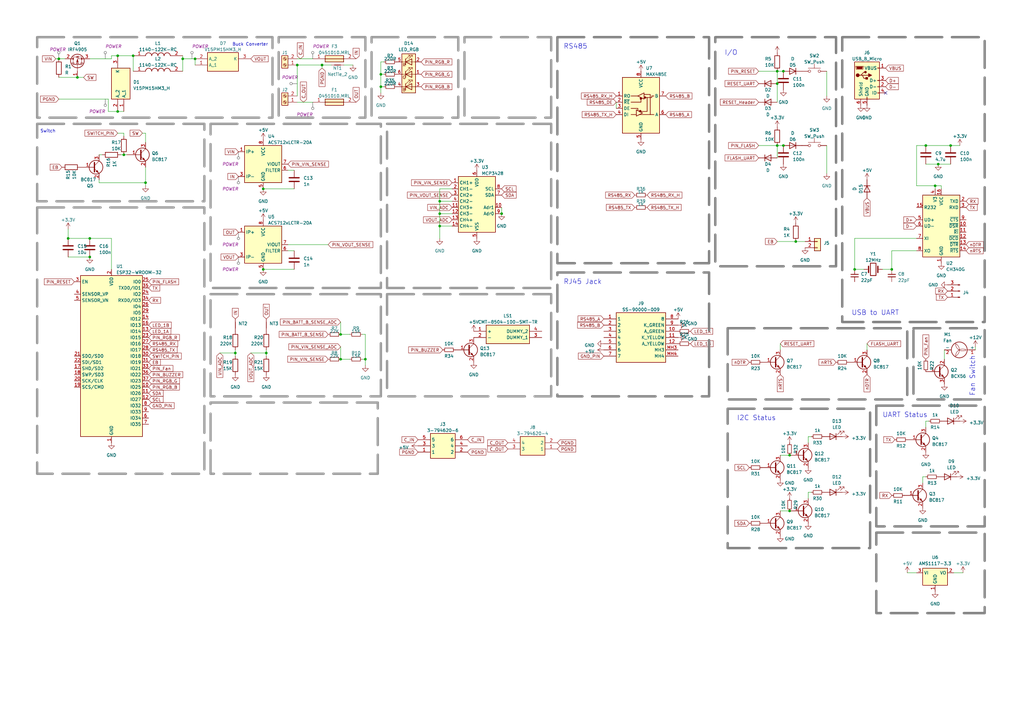
<source format=kicad_sch>
(kicad_sch (version 20230121) (generator eeschema)
  (paper "A3")
  (junction (at 318.77 59.69))
  (junction (at 180.34 82.55))
  (junction (at 109.22 144.78))
  (junction (at 156.21 30.48))
  (junction (at 321.31 59.69))
  (junction (at 107.95 110.49))
  (junction (at 80.01 24.13))
  (junction (at 31.75 31.75))
  (junction (at 96.52 144.78))
  (junction (at 139.7 137.16))
  (junction (at 48.26 22.86))
  (junction (at 36.83 97.79))
  (junction (at 59.69 74.93))
  (junction (at 318.77 29.21))
  (junction (at 379.73 59.69))
  (junction (at 132.08 26.67))
  (junction (at 180.34 92.71))
  (junction (at 27.94 97.79))
  (junction (at 323.85 209.55))
  (junction (at 383.54 76.2))
  (junction (at 389.89 59.69))
  (junction (at 48.26 45.72))
  (junction (at 321.31 29.21))
  (junction (at 36.83 105.41))
  (junction (at 54.61 22.86))
  (junction (at 384.81 67.31))
  (junction (at 74.93 24.13))
  (junction (at 326.39 99.06))
  (junction (at 205.74 87.63))
  (junction (at 107.95 77.47))
  (junction (at 139.7 147.32))
  (junction (at 318.77 34.29))
  (junction (at 50.8 63.5))
  (junction (at 24.13 24.13))
  (junction (at 149.86 147.32))
  (junction (at 180.34 87.63))
  (junction (at 365.76 110.49))
  (junction (at 156.21 35.56))
  (junction (at 323.85 186.69))
  (junction (at 350.52 110.49))
  (junction (at 121.92 26.67))
  (no_connect (at 363.22 38.1))
  (wire (pts (xy 80.01 24.13) (xy 80.01 26.67)))
  (wire (pts (xy 27.94 93.98) (xy 27.94 97.79)))
  (wire (pts (xy 365.76 110.49) (xy 361.95 110.49)))
  (wire (pts (xy 180.34 87.63) (xy 180.34 92.71)))
  (wire (pts (xy 54.61 22.86) (xy 54.61 29.21)))
  (wire (pts (xy 156.21 35.56) (xy 157.48 35.56)))
  (wire (pts (xy 135.89 26.67) (xy 132.08 26.67)))
  (wire (pts (xy 36.83 24.13) (xy 45.72 24.13)))
  (wire (pts (xy 149.86 137.16) (xy 149.86 147.32)))
  (wire (pts (xy 40.64 74.93) (xy 59.69 74.93)))
  (wire (pts (xy 74.93 22.86) (xy 74.93 24.13)))
  (wire (pts (xy 45.72 22.86) (xy 48.26 22.86)))
  (wire (pts (xy 383.54 76.2) (xy 383.54 77.47)))
  (wire (pts (xy 339.09 59.69) (xy 339.09 71.12)))
  (wire (pts (xy 139.7 137.16) (xy 143.51 137.16)))
  (wire (pts (xy 96.52 144.78) (xy 96.52 143.51)))
  (wire (pts (xy 318.77 29.21) (xy 318.77 34.29)))
  (wire (pts (xy 40.64 63.5) (xy 41.91 63.5)))
  (wire (pts (xy 379.73 175.26) (xy 379.73 172.72)))
  (wire (pts (xy 24.13 31.75) (xy 31.75 31.75)))
  (wire (pts (xy 132.08 26.67) (xy 132.08 27.94)))
  (wire (pts (xy 387.35 143.51) (xy 387.35 147.32)))
  (wire (pts (xy 355.6 140.97) (xy 355.6 143.51)))
  (wire (pts (xy 109.22 143.51) (xy 109.22 144.78)))
  (wire (pts (xy 149.86 137.16) (xy 148.59 137.16)))
  (wire (pts (xy 45.72 24.13) (xy 45.72 22.86)))
  (wire (pts (xy 45.72 97.79) (xy 45.72 110.49)))
  (wire (pts (xy 50.8 54.61) (xy 50.8 55.88)))
  (wire (pts (xy 350.52 97.79) (xy 350.52 110.49)))
  (wire (pts (xy 107.95 110.49) (xy 120.65 110.49)))
  (wire (pts (xy 118.11 102.87) (xy 120.65 102.87)))
  (wire (pts (xy 156.21 30.48) (xy 156.21 35.56)))
  (wire (pts (xy 365.76 110.49) (xy 365.76 102.87)))
  (wire (pts (xy 118.11 69.85) (xy 120.65 69.85)))
  (wire (pts (xy 205.74 85.09) (xy 205.74 87.63)))
  (wire (pts (xy 74.93 24.13) (xy 80.01 24.13)))
  (wire (pts (xy 180.34 92.71) (xy 185.42 92.71)))
  (wire (pts (xy 96.52 146.05) (xy 96.52 144.78)))
  (wire (pts (xy 48.26 54.61) (xy 50.8 54.61)))
  (wire (pts (xy 134.62 100.33) (xy 118.11 100.33)))
  (wire (pts (xy 180.34 82.55) (xy 185.42 82.55)))
  (wire (pts (xy 372.11 234.95) (xy 375.92 234.95)))
  (wire (pts (xy 318.77 59.69) (xy 318.77 64.77)))
  (wire (pts (xy 31.75 31.75) (xy 34.29 31.75)))
  (wire (pts (xy 180.34 92.71) (xy 180.34 97.79)))
  (wire (pts (xy 185.42 77.47) (xy 180.34 77.47)))
  (wire (pts (xy 393.7 59.69) (xy 389.89 59.69)))
  (wire (pts (xy 26.67 24.13) (xy 24.13 24.13)))
  (wire (pts (xy 180.34 87.63) (xy 185.42 87.63)))
  (wire (pts (xy 49.53 63.5) (xy 50.8 63.5)))
  (wire (pts (xy 331.47 179.07) (xy 332.74 179.07)))
  (wire (pts (xy 252.73 41.91) (xy 252.73 44.45)))
  (wire (pts (xy 139.7 132.08) (xy 139.7 137.16)))
  (wire (pts (xy 149.86 147.32) (xy 148.59 147.32)))
  (wire (pts (xy 109.22 144.78) (xy 109.22 146.05)))
  (wire (pts (xy 180.34 77.47) (xy 180.34 82.55)))
  (wire (pts (xy 50.8 63.5) (xy 52.07 63.5)))
  (wire (pts (xy 320.04 140.97) (xy 320.04 143.51)))
  (wire (pts (xy 375.92 59.69) (xy 375.92 76.2)))
  (wire (pts (xy 59.69 74.93) (xy 59.69 76.2)))
  (wire (pts (xy 74.93 24.13) (xy 74.93 29.21)))
  (wire (pts (xy 394.97 234.95) (xy 391.16 234.95)))
  (wire (pts (xy 48.26 22.86) (xy 54.61 22.86)))
  (wire (pts (xy 156.21 25.4) (xy 156.21 30.48)))
  (wire (pts (xy 59.69 68.58) (xy 59.69 74.93)))
  (wire (pts (xy 121.92 24.13) (xy 128.27 24.13)))
  (wire (pts (xy 90.17 144.78) (xy 96.52 144.78)))
  (wire (pts (xy 326.39 99.06) (xy 330.2 99.06)))
  (wire (pts (xy 331.47 204.47) (xy 331.47 201.93)))
  (wire (pts (xy 384.81 67.31) (xy 389.89 67.31)))
  (wire (pts (xy 339.09 29.21) (xy 339.09 39.37)))
  (wire (pts (xy 102.87 144.78) (xy 109.22 144.78)))
  (wire (pts (xy 156.21 30.48) (xy 157.48 30.48)))
  (wire (pts (xy 157.48 25.4) (xy 156.21 25.4)))
  (wire (pts (xy 156.21 35.56) (xy 156.21 38.1)))
  (wire (pts (xy 180.34 82.55) (xy 180.34 87.63)))
  (wire (pts (xy 350.52 110.49) (xy 354.33 110.49)))
  (wire (pts (xy 379.73 59.69) (xy 389.89 59.69)))
  (wire (pts (xy 320.04 209.55) (xy 323.85 209.55)))
  (wire (pts (xy 383.54 76.2) (xy 386.08 76.2)))
  (wire (pts (xy 121.92 41.91) (xy 128.27 41.91)))
  (wire (pts (xy 24.13 40.64) (xy 44.45 40.64)))
  (wire (pts (xy 48.26 45.72) (xy 50.8 45.72)))
  (wire (pts (xy 386.08 76.2) (xy 386.08 77.47)))
  (wire (pts (xy 44.45 40.64) (xy 44.45 45.72)))
  (wire (pts (xy 107.95 77.47) (xy 120.65 77.47)))
  (wire (pts (xy 44.45 45.72) (xy 48.26 45.72)))
  (wire (pts (xy 59.69 54.61) (xy 59.69 58.42)))
  (wire (pts (xy 383.54 76.2) (xy 375.92 76.2)))
  (wire (pts (xy 311.15 29.21) (xy 318.77 29.21)))
  (wire (pts (xy 331.47 181.61) (xy 331.47 179.07)))
  (wire (pts (xy 378.46 198.12) (xy 378.46 195.58)))
  (wire (pts (xy 375.92 97.79) (xy 350.52 97.79)))
  (wire (pts (xy 149.86 147.32) (xy 149.86 149.86)))
  (wire (pts (xy 400.05 143.51) (xy 400.05 142.24)))
  (wire (pts (xy 318.77 99.06) (xy 326.39 99.06)))
  (wire (pts (xy 24.13 24.13) (xy 22.86 24.13)))
  (wire (pts (xy 379.73 59.69) (xy 375.92 59.69)))
  (wire (pts (xy 379.73 172.72) (xy 381 172.72)))
  (wire (pts (xy 365.76 102.87) (xy 375.92 102.87)))
  (wire (pts (xy 320.04 186.69) (xy 323.85 186.69)))
  (wire (pts (xy 331.47 201.93) (xy 332.74 201.93)))
  (wire (pts (xy 139.7 147.32) (xy 143.51 147.32)))
  (wire (pts (xy 36.83 97.79) (xy 45.72 97.79)))
  (wire (pts (xy 121.92 26.67) (xy 132.08 26.67)))
  (wire (pts (xy 321.31 29.21) (xy 318.77 29.21)))
  (wire (pts (xy 40.64 73.66) (xy 40.64 74.93)))
  (wire (pts (xy 59.69 54.61) (xy 58.42 54.61)))
  (wire (pts (xy 121.92 26.67) (xy 121.92 39.37)))
  (wire (pts (xy 27.94 97.79) (xy 36.83 97.79)))
  (wire (pts (xy 27.94 105.41) (xy 36.83 105.41)))
  (wire (pts (xy 378.46 195.58) (xy 379.73 195.58)))
  (wire (pts (xy 379.73 67.31) (xy 384.81 67.31)))
  (wire (pts (xy 311.15 59.69) (xy 318.77 59.69)))
  (wire (pts (xy 321.31 59.69) (xy 318.77 59.69)))
  (wire (pts (xy 318.77 34.29) (xy 318.77 41.91)))
  (wire (pts (xy 139.7 142.24) (xy 139.7 147.32)))
  (wire (pts (xy 144.78 26.67) (xy 140.97 26.67)))
  (rectangle (start 298.45 167.64) (end 356.87 224.79) (stroke (width 1) (type dash) (color 128 128 128 1)))
  (rectangle (start 152.4 15.24) (end 187.96 48.26) (stroke (width 1) (type dash) (color 154 154 154 1)))
  (rectangle (start 15.24 15.24) (end 111.76 48.26) (stroke (width 1) (type dash) (color 154 154 154 1)))
  (rectangle (start 359.41 218.44) (end 403.86 251.46) (stroke (width 1) (type dash) (color 128 128 128 1)))
  (rectangle (start 374.65 134.62) (end 403.86 163.83) (stroke (width 1) (type dash) (color 128 128 128 1)))
  (rectangle (start 114.3 15.24) (end 149.86 48.26) (stroke (width 1) (type dash) (color 154 154 154 1)))
  (rectangle (start 298.45 134.62) (end 372.11 163.83) (stroke (width 1) (type dash) (color 128 128 128 1)))
  (rectangle (start 15.24 50.8) (end 83.82 82.55) (stroke (width 1) (type dash) (color 154 154 154 1)))
  (rectangle (start 15.24 85.09) (end 83.82 194.31) (stroke (width 1) (type dash) (color 154 154 154 1)))
  (rectangle (start 359.41 166.37) (end 403.86 215.9) (stroke (width 1) (type dash) (color 128 128 128 1)))
  (rectangle (start 228.6 15.24) (end 290.83 107.95) (stroke (width 1) (type dash) (color 128 128 128 1)))
  (rectangle (start 228.6 111.76) (end 290.83 162.56) (stroke (width 1) (type dash) (color 128 128 128 1)))
  (rectangle (start 86.36 50.8) (end 156.21 118.11) (stroke (width 1) (type dash) (color 154 154 154 1)))
  (rectangle (start 158.75 50.8) (end 226.06 118.11) (stroke (width 1) (type dash) (color 154 154 154 1)))
  (rectangle (start 158.75 120.65) (end 226.06 162.56) (stroke (width 1) (type dash) (color 154 154 154 1)))
  (rectangle (start 190.5 15.24) (end 226.06 48.26) (stroke (width 1) (type dash) (color 154 154 154 1)))
  (rectangle (start 86.36 120.65) (end 156.21 162.56) (stroke (width 1) (type dash) (color 154 154 154 1)))
  (rectangle (start 345.44 15.24) (end 403.86 132.08) (stroke (width 1) (type dash) (color 128 128 128 1)))
  (rectangle (start 293.37 15.24) (end 342.9 109.22) (stroke (width 1) (type dash) (color 128 128 128 1)))
  (rectangle (start 86.36 165.1) (end 154.94 194.31) (stroke (width 1) (type dash) (color 154 154 154 1)))
  (text "Fan Switch" (at 400.05 162.56 90) (effects (font (size 2 2)) (justify left bottom)))
  (text "I2C Status" (at 302.26 172.72 0) (effects (font (size 2 2)) (justify left bottom)))
  (text "Switch" (at 16.51 54.61 0) (effects (font (size 1.27 1.27)) (justify left bottom)))
  (text "RJ45 Jack" (at 231.14 116.84 0) (effects (font (size 2 2)) (justify left bottom)))
  (text "UART Status" (at 361.95 171.45 0) (effects (font (size 2 2)) (justify left bottom)))
  (text "I/O" (at 297.18 22.86 0) (effects (font (size 2 2)) (justify left bottom)))
  (text "Buck Converter" (at 95.25 19.05 0) (effects (font (size 1.27 1.27)) (justify left bottom)))
  (text "USB to UART" (at 349.25 129.54 0) (effects (font (size 2 2)) (justify left bottom)))
  (text "RS485" (at 231.14 20.32 0) (effects (font (size 2 2)) (justify left bottom)))
  (global_label "VIN" (shape input) (at 97.79 62.23 180) (property "Intersheetrefs" "${INTERSHEET_REFS}" (effects hide)))
  (global_label "RX" (shape input) (at 388.62 119.38 180) (property "Intersheetrefs" "${INTERSHEET_REFS}" (effects hide)))
  (global_label "LED_1B" (shape input) (at 60.96 133.35 0) (property "Intersheetrefs" "${INTERSHEET_REFS}" (effects hide)))
  (global_label "PIN_VOUT_SENSE" (shape input) (at 185.42 80.01 180) (property "Intersheetrefs" "${INTERSHEET_REFS}" (effects hide)))
  (global_label "RX" (shape input) (at 396.24 82.55 0) (property "Intersheetrefs" "${INTERSHEET_REFS}" (effects hide)))
  (global_label "VOUT" (shape input) (at 97.79 105.41 180) (property "Intersheetrefs" "${INTERSHEET_REFS}" (effects hide)))
  (global_label "VOUT_ADC" (shape input) (at 102.87 144.78 270) (property "Intersheetrefs" "${INTERSHEET_REFS}" (effects hide)))
  (global_label "PIN_RGB_R" (shape input) (at 60.96 138.43 0) (property "Intersheetrefs" "${INTERSHEET_REFS}" (effects hide)))
  (global_label "D-" (shape input) (at 363.22 35.56 0) (property "Intersheetrefs" "${INTERSHEET_REFS}" (effects hide)))
  (global_label "VIN_ADC" (shape input) (at 185.42 85.09 180) (property "Intersheetrefs" "${INTERSHEET_REFS}" (effects hide)))
  (global_label "EB" (shape input) (at 60.96 148.59 0) (property "Intersheetrefs" "${INTERSHEET_REFS}" (effects hide)))
  (global_label "OUT" (shape input) (at 146.05 41.91 90) (property "Intersheetrefs" "${INTERSHEET_REFS}" (effects hide)))
  (global_label "PIN_VIN_SENSE" (shape input) (at 118.11 67.31 0) (property "Intersheetrefs" "${INTERSHEET_REFS}" (effects hide)))
  (global_label "PIN_BATT_B_SENSE" (shape input) (at 134.62 137.16 180) (property "Intersheetrefs" "${INTERSHEET_REFS}" (effects hide)))
  (global_label "PIN_VIN_SENSE_ADC" (shape input) (at 139.7 142.24 180) (property "Intersheetrefs" "${INTERSHEET_REFS}" (effects hide)))
  (global_label "SWITCH_PIN" (shape input) (at 60.96 146.05 0) (property "Intersheetrefs" "${INTERSHEET_REFS}" (effects hide)))
  (global_label "PGND" (shape input) (at 24.13 40.64 180) (property "Intersheetrefs" "${INTERSHEET_REFS}" (effects hide)))
  (global_label "TX" (shape input) (at 60.96 118.11 0) (property "Intersheetrefs" "${INTERSHEET_REFS}" (effects hide)))
  (global_label "GND_PIN" (shape input) (at 247.65 146.05 180) (property "Intersheetrefs" "${INTERSHEET_REFS}" (effects hide)))
  (global_label "nDTR" (shape input) (at 355.6 153.67 270) (property "Intersheetrefs" "${INTERSHEET_REFS}" (effects hide)))
  (global_label "SDA" (shape input) (at 307.34 214.63 180) (property "Intersheetrefs" "${INTERSHEET_REFS}" (effects hide)))
  (global_label "SWITCH_PIN" (shape input) (at 48.26 54.61 180) (property "Intersheetrefs" "${INTERSHEET_REFS}" (effects hide)))
  (global_label "nRTS" (shape input) (at 320.04 153.67 270) (property "Intersheetrefs" "${INTERSHEET_REFS}" (effects hide)))
  (global_label "RS485_TX" (shape input) (at 60.96 143.51 0) (property "Intersheetrefs" "${INTERSHEET_REFS}" (effects hide)))
  (global_label "nRTS" (shape input) (at 396.24 102.87 0) (property "Intersheetrefs" "${INTERSHEET_REFS}" (effects hide)))
  (global_label "OUT" (shape input) (at 109.22 130.81 90) (property "Intersheetrefs" "${INTERSHEET_REFS}" (effects hide)))
  (global_label "LED_1A" (shape input) (at 283.21 135.89 0) (property "Intersheetrefs" "${INTERSHEET_REFS}" (effects hide)))
  (global_label "RS485_TX_H" (shape input) (at 265.43 85.09 0) (property "Intersheetrefs" "${INTERSHEET_REFS}" (effects hide)))
  (global_label "GND_PIN" (shape input) (at 60.96 166.37 0) (property "Intersheetrefs" "${INTERSHEET_REFS}" (effects hide)))
  (global_label "OUT" (shape input) (at 97.79 95.25 180) (property "Intersheetrefs" "${INTERSHEET_REFS}" (effects hide)))
  (global_label "VOUT_ADC" (shape input) (at 185.42 90.17 180) (property "Intersheetrefs" "${INTERSHEET_REFS}" (effects hide)))
  (global_label "SCL" (shape input) (at 60.96 163.83 0) (property "Intersheetrefs" "${INTERSHEET_REFS}" (effects hide)))
  (global_label "RS485_RX_H" (shape input) (at 252.73 39.37 180) (property "Intersheetrefs" "${INTERSHEET_REFS}" (effects hide)))
  (global_label "C_IN" (shape input) (at 171.45 180.34 180) (property "Intersheetrefs" "${INTERSHEET_REFS}" (effects hide)))
  (global_label "PIN_FLASH" (shape input) (at 60.96 115.57 0) (property "Intersheetrefs" "${INTERSHEET_REFS}" (effects hide)))
  (global_label "PIN_RGB_B" (shape input) (at 172.72 35.56 0) (property "Intersheetrefs" "${INTERSHEET_REFS}" (effects hide)))
  (global_label "VIN" (shape input) (at 22.86 24.13 180) (property "Intersheetrefs" "${INTERSHEET_REFS}" (effects hide)))
  (global_label "SW" (shape input) (at 34.29 31.75 0) (property "Intersheetrefs" "${INTERSHEET_REFS}" (effects hide)))
  (global_label "SW" (shape input) (at 58.42 54.61 180) (property "Intersheetrefs" "${INTERSHEET_REFS}" (effects hide)))
  (global_label "FLASH_UART" (shape input) (at 311.15 64.77 180) (property "Intersheetrefs" "${INTERSHEET_REFS}" (effects hide)))
  (global_label "C_IN" (shape input) (at 123.19 24.13 90) (property "Intersheetrefs" "${INTERSHEET_REFS}" (effects hide)))
  (global_label "SDA" (shape input) (at 205.74 80.01 0) (property "Intersheetrefs" "${INTERSHEET_REFS}" (effects hide)))
  (global_label "PIN_RGB_G" (shape input) (at 60.96 156.21 0) (property "Intersheetrefs" "${INTERSHEET_REFS}" (effects hide)))
  (global_label "VBUS" (shape input) (at 363.22 27.94 0) (property "Intersheetrefs" "${INTERSHEET_REFS}" (effects hide)))
  (global_label "PIN_Fan" (shape input) (at 379.73 147.32 90) (property "Intersheetrefs" "${INTERSHEET_REFS}" (effects hide)))
  (global_label "EB" (shape input) (at 318.77 99.06 180) (property "Intersheetrefs" "${INTERSHEET_REFS}" (effects hide)))
  (global_label "TX" (shape input) (at 388.62 121.92 180) (property "Intersheetrefs" "${INTERSHEET_REFS}" (effects hide)))
  (global_label "PGND" (shape input) (at 228.6 181.61 0) (property "Intersheetrefs" "${INTERSHEET_REFS}" (effects hide)))
  (global_label "FLASH_UART" (shape input) (at 355.6 140.97 0) (property "Intersheetrefs" "${INTERSHEET_REFS}" (effects hide)))
  (global_label "PIN_BATT_B_SENSE_ADC" (shape input) (at 139.7 132.08 180) (property "Intersheetrefs" "${INTERSHEET_REFS}" (effects hide)))
  (global_label "C_IN" (shape input) (at 191.77 180.34 0) (property "Intersheetrefs" "${INTERSHEET_REFS}" (effects hide)))
  (global_label "RS485_RX" (shape input) (at 260.35 80.01 180) (property "Intersheetrefs" "${INTERSHEET_REFS}" (effects hide)))
  (global_label "RESET_UART" (shape input) (at 311.15 34.29 180) (property "Intersheetrefs" "${INTERSHEET_REFS}" (effects hide)))
  (global_label "PIN_RESET" (shape input) (at 311.15 29.21 180) (property "Intersheetrefs" "${INTERSHEET_REFS}" (effects hide)))
  (global_label "PIN_Fan" (shape input) (at 60.96 151.13 0) (property "Intersheetrefs" "${INTERSHEET_REFS}" (effects hide)))
  (global_label "RS485_TX_H" (shape input) (at 252.73 46.99 180) (property "Intersheetrefs" "${INTERSHEET_REFS}" (effects hide)))
  (global_label "TX" (shape input) (at 396.24 85.09 0) (property "Intersheetrefs" "${INTERSHEET_REFS}" (effects hide)))
  (global_label "D+" (shape input) (at 375.92 90.17 180) (property "Intersheetrefs" "${INTERSHEET_REFS}" (effects hide)))
  (global_label "RESET_Header" (shape input) (at 311.15 41.91 180) (property "Intersheetrefs" "${INTERSHEET_REFS}" (effects hide)))
  (global_label "RX" (shape input) (at 60.96 123.19 0) (property "Intersheetrefs" "${INTERSHEET_REFS}" (effects hide)))
  (global_label "PIN_RGB_R" (shape input) (at 172.72 25.4 0) (property "Intersheetrefs" "${INTERSHEET_REFS}" (effects hide)))
  (global_label "PIN_RESET" (shape input) (at 30.48 115.57 180) (property "Intersheetrefs" "${INTERSHEET_REFS}" (effects hide)))
  (global_label "PGND" (shape input) (at 228.6 184.15 0) (property "Intersheetrefs" "${INTERSHEET_REFS}" (effects hide)))
  (global_label "RS485_RX" (shape input) (at 60.96 140.97 0) (property "Intersheetrefs" "${INTERSHEET_REFS}" (effects hide)))
  (global_label "IN" (shape input) (at 96.52 130.81 90) (property "Intersheetrefs" "${INTERSHEET_REFS}" (effects hide)))
  (global_label "C_OUT" (shape input) (at 208.28 184.15 180) (property "Intersheetrefs" "${INTERSHEET_REFS}" (effects hide)))
  (global_label "PIN_FLASH" (shape input) (at 311.15 59.69 180) (property "Intersheetrefs" "${INTERSHEET_REFS}" (effects hide)))
  (global_label "RS485_A" (shape input) (at 273.05 46.99 0) (property "Intersheetrefs" "${INTERSHEET_REFS}" (effects hide)))
  (global_label "RS485_B" (shape input) (at 247.65 133.35 180) (property "Intersheetrefs" "${INTERSHEET_REFS}" (effects hide)))
  (global_label "PIN_RGB_G" (shape input) (at 172.72 30.48 0) (property "Intersheetrefs" "${INTERSHEET_REFS}" (effects hide)))
  (global_label "RS485_RX_H" (shape input) (at 265.43 80.01 0) (property "Intersheetrefs" "${INTERSHEET_REFS}" (effects hide)))
  (global_label "PIN_BUZZER" (shape input) (at 181.61 143.51 180) (property "Intersheetrefs" "${INTERSHEET_REFS}" (effects hide)))
  (global_label "SCL" (shape input) (at 205.74 77.47 0) (property "Intersheetrefs" "${INTERSHEET_REFS}" (effects hide)))
  (global_label "RS485_A" (shape input) (at 247.65 130.81 180) (property "Intersheetrefs" "${INTERSHEET_REFS}" (effects hide)))
  (global_label "D+" (shape input) (at 363.22 33.02 0) (property "Intersheetrefs" "${INTERSHEET_REFS}" (effects hide)))
  (global_label "LED_1B" (shape input) (at 283.21 140.97 0) (property "Intersheetrefs" "${INTERSHEET_REFS}" (effects hide)))
  (global_label "nRTS" (shape input) (at 342.9 148.59 180) (property "Intersheetrefs" "${INTERSHEET_REFS}" (effects hide)))
  (global_label "PIN_VIN_SENSE" (shape input) (at 134.62 147.32 180) (property "Intersheetrefs" "${INTERSHEET_REFS}" (effects hide)))
  (global_label "VBUS" (shape input) (at 355.6 81.28 270) (property "Intersheetrefs" "${INTERSHEET_REFS}" (effects hide)))
  (global_label "C_OUT" (shape input) (at 124.46 41.91 90) (property "Intersheetrefs" "${INTERSHEET_REFS}" (effects hide)))
  (global_label "RESET_UART" (shape input) (at 320.04 140.97 0) (property "Intersheetrefs" "${INTERSHEET_REFS}" (effects hide)))
  (global_label "PIN_VOUT_SENSE" (shape input) (at 134.62 100.33 0) (property "Intersheetrefs" "${INTERSHEET_REFS}" (effects hide)))
  (global_label "PGND" (shape input) (at 171.45 185.42 180) (property "Intersheetrefs" "${INTERSHEET_REFS}" (effects hide)))
  (global_label "IN" (shape input) (at 97.79 72.39 180) (property "Intersheetrefs" "${INTERSHEET_REFS}" (effects hide)))
  (global_label "D-" (shape input) (at 375.92 92.71 180) (property "Intersheetrefs" "${INTERSHEET_REFS}" (effects hide)))
  (global_label "nDTR" (shape input) (at 307.34 148.59 180) (property "Intersheetrefs" "${INTERSHEET_REFS}" (effects hide)))
  (global_label "VIN_ADC" (shape input) (at 90.17 144.78 270) (property "Intersheetrefs" "${INTERSHEET_REFS}" (effects hide)))
  (global_label "PGND" (shape input) (at 132.08 27.94 270) (property "Intersheetrefs" "${INTERSHEET_REFS}" (effects hide)))
  (global_label "PIN_BUZZER" (shape input) (at 60.96 153.67 0) (property "Intersheetrefs" "${INTERSHEET_REFS}" (effects hide)))
  (global_label "IN" (shape input) (at 146.05 24.13 90) (property "Intersheetrefs" "${INTERSHEET_REFS}" (effects hide)))
  (global_label "RS485_B" (shape input) (at 273.05 39.37 0) (property "Intersheetrefs" "${INTERSHEET_REFS}" (effects hide)))
  (global_label "SCL" (shape input) (at 307.34 191.77 180) (property "Intersheetrefs" "${INTERSHEET_REFS}" (effects hide)))
  (global_label "RX" (shape input) (at 365.76 203.2 180) (property "Intersheetrefs" "${INTERSHEET_REFS}" (effects hide)))
  (global_label "TX" (shape input) (at 367.03 180.34 180) (property "Intersheetrefs" "${INTERSHEET_REFS}" (effects hide)))
  (global_label "VOUT" (shape input) (at 102.87 24.13 0) (property "Intersheetrefs" "${INTERSHEET_REFS}" (effects hide)))
  (global_label "SDA" (shape input) (at 60.96 161.29 0) (property "Intersheetrefs" "${INTERSHEET_REFS}" (effects hide)))
  (global_label "nDTR" (shape input) (at 396.24 100.33 0) (property "Intersheetrefs" "${INTERSHEET_REFS}" (effects hide)))
  (global_label "EB" (shape input) (at 25.4 68.58 180) (property "Intersheetrefs" "${INTERSHEET_REFS}" (effects hide)))
  (global_label "LED_1A" (shape input) (at 60.96 135.89 0) (property "Intersheetrefs" "${INTERSHEET_REFS}" (effects hide)))
  (global_label "RS485_DE" (shape input) (at 252.73 41.91 180) (property "Intersheetrefs" "${INTERSHEET_REFS}" (effects hide)))
  (global_label "RS485_TX" (shape input) (at 260.35 85.09 180) (property "Intersheetrefs" "${INTERSHEET_REFS}" (effects hide)))
  (global_label "PIN_RGB_B" (shape input) (at 60.96 158.75 0) (property "Intersheetrefs" "${INTERSHEET_REFS}" (effects hide)))
  (global_label "PGND" (shape input) (at 191.77 185.42 0) (property "Intersheetrefs" "${INTERSHEET_REFS}" (effects hide)))
  (global_label "PIN_VIN_SENSE" (shape input) (at 185.42 74.93 180) (property "Intersheetrefs" "${INTERSHEET_REFS}" (effects hide)))
  (global_label "C_OUT" (shape input) (at 208.28 181.61 180) (property "Intersheetrefs" "${INTERSHEET_REFS}" (effects hide)))
  (netclass_flag "" (length 2.54) (shape round) (at 24.13 24.13 0) (property "Netclass" "POWER" (at 20.32 20.32 0) (effects (font italic) (justify left))))
  (netclass_flag "" (length 2.54) (shape round) (at 43.18 40.64 180) (property "Netclass" "POWER" (at 43.18 45.72 0) (effects (font italic) (justify right))))
  (netclass_flag "" (length 2.54) (shape round) (at 97.79 72.39 180) (property "Netclass" "POWER" (at 97.79 77.47 0) (effects (font italic) (justify right))))
  (netclass_flag "" (length 2.54) (shape round) (at 97.79 95.25 180) (property "Netclass" "POWER" (at 97.79 100.33 0) (effects (font italic) (justify right))))
  (netclass_flag "" (length 2.54) (shape round) (at 97.79 62.23 180) (property "Netclass" "POWER" (at 97.79 67.31 0) (effects (font italic) (justify right))))
  (netclass_flag "" (length 2.54) (shape round) (at 97.79 105.41 180) (property "Netclass" "POWER" (at 97.79 110.49 0) (effects (font italic) (justify right))))
  (netclass_flag "" (length 2.54) (shape round) (at 128.27 24.13 0) (property "Netclass" "POWER" (at 128.27 19.05 0) (effects (font italic) (justify left))))
  (netclass_flag "" (length 2.54) (shape round) (at 128.27 41.91 180) (property "Netclass" "POWER" (at 128.27 46.99 0) (effects (font italic) (justify right))))
  (netclass_flag "" (length 2.54) (shape round) (at 121.92 34.29 90) (property "Netclass" "POWER" (at 115.57 31.75 0) (effects (font italic) (justify left))))
  (netclass_flag "" (length 2.54) (shape round) (at 43.18 24.13 0) (property "Netclass" "POWER" (at 43.18 19.05 0) (effects (font italic) (justify left))))
  (netclass_flag "" (length 2.54) (shape round) (at 78.74 24.13 0) (property "Netclass" "POWER" (at 78.74 19.05 0) (effects (font italic) (justify left))))
  (symbol (lib_id "power:GND") (at 378.46 208.28 0) (unit 1)
    (property "Reference" "#PWR04" (effects hide))
    (property "Value" "GND" (at 378.46 213.36 0))
  )
  (symbol (lib_id "Device:R_Small") (at 369.57 180.34 90) (unit 1)
    (property "Reference" "R12" (at 369.57 182.88 90))
    (property "Value" "10K" (at 369.57 177.8 90))
    (property "Footprint" "Resistor_SMD:R_0805_2012Metric_Pad1.20x1.40mm_HandSolder" (effects hide))
  )
  (symbol (lib_id "power:+5V") (at 171.45 182.88 90) (unit 1)
    (property "Reference" "#PWR037" (effects hide))
    (property "Value" "+5V" (at 167.64 183.515 90) (effects (justify left)))
  )
  (symbol (lib_id "power:+5V") (at 194.31 135.89 0) (unit 1)
    (property "Reference" "#PWR050" (effects hide))
    (property "Value" "+5V" (at 194.31 132.08 0))
  )
  (symbol (lib_id "Transistor_BJT:BC817") (at 191.77 143.51 0) (unit 1)
    (property "Reference" "Q13" (at 196.85 142.875 0) (effects (justify left)))
    (property "Value" "BC817" (at 196.85 145.415 0) (effects (justify left)))
    (property "Footprint" "Package_TO_SOT_SMD:SOT-23" (effects hide))
    (property "Datasheet" "https://www.onsemi.com/pub/Collateral/BC818-D.pdf" (effects hide))
  )
  (symbol (lib_id "Device:C") (at 321.31 63.5 0) (unit 1)
    (property "Reference" "C12" (at 325.12 62.865 0) (effects (justify left)))
    (property "Value" "100n" (at 325.12 65.405 0) (effects (justify left)))
    (property "Footprint" "Capacitor_SMD:C_0805_2012Metric_Pad1.18x1.45mm_HandSolder" (effects hide))
  )
  (symbol (lib_id "Interface_USB:CH340G") (at 386.08 92.71 0) (unit 1)
    (property "Reference" "U2" (at 388.0359 107.95 0) (effects (justify left)))
    (property "Value" "CH340G" (at 388.0359 110.49 0) (effects (justify left)))
    (property "Footprint" "Package_SO:SOIC-16_3.9x9.9mm_P1.27mm" (effects hide))
    (property "Datasheet" "http://www.datasheet5.com/pdf-local-2195953" (effects hide))
  )
  (symbol (lib_id "Device:R_Small") (at 160.02 25.4 90) (unit 1)
    (property "Reference" "R2" (at 160.02 22.86 90))
    (property "Value" "220R" (at 160.02 24.13 90))
    (property "Footprint" "Resistor_SMD:R_0805_2012Metric_Pad1.20x1.40mm_HandSolder" (effects hide))
  )
  (symbol (lib_id "power:+3.3V") (at 394.97 234.95 0) (unit 1)
    (property "Reference" "#PWR048" (effects hide))
    (property "Value" "+3.3V" (at 394.97 231.14 0))
  )
  (symbol (lib_id "Device:R") (at 50.8 59.69 0) (unit 1)
    (property "Reference" "R17" (at 45.72 58.42 0) (effects (justify left)))
    (property "Value" "10K" (at 45.72 60.96 0) (effects (justify left)))
    (property "Footprint" "Resistor_SMD:R_0805_2012Metric_Pad1.20x1.40mm_HandSolder" (effects hide))
  )
  (symbol (lib_id "Device:NetTie_2") (at 138.43 26.67 0) (unit 1) (in_bom no)
    (property "Reference" "NT1" (at 138.43 27.94 0))
    (property "Value" "NetTie_2" (at 138.43 30.48 0))
    (property "Footprint" "NetTie:NetTie-2_THT_Pad0.3mm" (effects hide))
  )
  (symbol (lib_id "Transistor_BJT:BC817") (at 57.15 63.5 0) (unit 1)
    (property "Reference" "Q6" (at 62.23 62.865 0) (effects (justify left)))
    (property "Value" "BC817" (at 62.23 65.405 0) (effects (justify left)))
    (property "Footprint" "Package_TO_SOT_SMD:SOT-23" (effects hide))
    (property "Datasheet" "https://www.onsemi.com/pub/Collateral/BC818-D.pdf" (effects hide))
  )
  (symbol (lib_id "power:+3.3V") (at 318.77 52.07 0) (unit 1)
    (property "Reference" "#PWR014" (effects hide))
    (property "Value" "+3.3V" (at 318.77 48.26 0))
  )
  (symbol (lib_id "Device:R_Small") (at 146.05 137.16 90) (unit 1)
    (property "Reference" "R9" (at 146.05 134.62 90))
    (property "Value" "15K" (at 146.05 135.89 90))
    (property "Footprint" "Resistor_SMD:R_0805_2012Metric_Pad1.20x1.40mm_HandSolder" (effects hide))
  )
  (symbol (lib_id "Device:C") (at 389.89 63.5 0) (unit 1)
    (property "Reference" "C10" (at 393.7 62.865 0) (effects (justify left)))
    (property "Value" "100n" (at 393.7 65.405 0) (effects (justify left)))
    (property "Footprint" "Capacitor_SMD:C_0805_2012Metric_Pad1.18x1.45mm_HandSolder" (effects hide))
  )
  (symbol (lib_id "Device:C") (at 379.73 63.5 0) (unit 1)
    (property "Reference" "C9" (at 383.54 62.865 0) (effects (justify left)))
    (property "Value" "4.7u" (at 383.54 65.405 0) (effects (justify left)))
    (property "Footprint" "Capacitor_SMD:C_0805_2012Metric_Pad1.18x1.45mm_HandSolder" (effects hide))
  )
  (symbol (lib_id "power:+3.3V") (at 323.85 181.61 0) (unit 1)
    (property "Reference" "#PWR043" (effects hide))
    (property "Value" "+3.3V" (at 323.85 177.8 0))
  )
  (symbol (lib_id "power:GND") (at 149.86 149.86 0) (unit 1)
    (property "Reference" "#PWR03" (effects hide))
    (property "Value" "GND" (at 149.86 154.94 0))
  )
  (symbol (lib_id "Device:R") (at 29.21 68.58 90) (unit 1)
    (property "Reference" "R15" (at 27.94 73.66 0) (effects (justify left)))
    (property "Value" "10K" (at 30.48 73.66 0) (effects (justify left)))
    (property "Footprint" "Resistor_SMD:R_0805_2012Metric_Pad1.20x1.40mm_HandSolder" (effects hide))
  )
  (symbol (lib_id "power:GND") (at 144.78 26.67 0) (unit 1)
    (property "Reference" "#PWR02" (effects hide))
    (property "Value" "GND" (at 144.78 31.75 0))
  )
  (symbol (lib_id "power:GND") (at 59.69 76.2 0) (unit 1)
    (property "Reference" "#PWR030" (effects hide))
    (property "Value" "GND" (at 59.69 81.28 0))
  )
  (symbol (lib_id "Device:C") (at 120.65 106.68 0) (unit 1)
    (property "Reference" "C14" (at 124.46 106.045 0) (effects (justify left)))
    (property "Value" "1n" (at 124.46 108.585 0) (effects (justify left)))
    (property "Footprint" "Capacitor_SMD:C_0805_2012Metric_Pad1.18x1.45mm_HandSolder" (effects hide))
  )
  (symbol (lib_id "Transistor_BJT:BC817") (at 328.93 186.69 0) (unit 1)
    (property "Reference" "Q12" (at 334.01 186.055 0) (effects (justify left)))
    (property "Value" "BC817" (at 334.01 188.595 0) (effects (justify left)))
    (property "Footprint" "Package_TO_SOT_SMD:SOT-23" (effects hide))
    (property "Datasheet" "https://www.onsemi.com/pub/Collateral/BC818-D.pdf" (effects hide))
  )
  (symbol (lib_id "power:+5V") (at 355.6 73.66 0) (unit 1)
    (property "Reference" "#PWR049" (effects hide))
    (property "Value" "+5V" (at 355.6 69.85 0))
  )
  (symbol (lib_id "power:+3.3V") (at 323.85 204.47 0) (unit 1)
    (property "Reference" "#PWR039" (effects hide))
    (property "Value" "+3.3V" (at 323.85 200.66 0))
  )
  (symbol (lib_id "Connector:Conn_01x03_Pin") (at 393.7 119.38 180) (unit 1)
    (property "Reference" "J4" (at 394.97 120.015 0) (effects (justify right)))
    (property "Value" "Conn_01x03_Pin" (effects hide))
    (property "Footprint" "Connector_PinHeader_2.54mm:PinHeader_1x03_P2.54mm_Vertical" (effects hide))
  )
  (symbol (lib_id "power:GND") (at 321.31 36.83 0) (unit 1)
    (property "Reference" "#PWR015" (effects hide))
    (property "Value" "GND" (at 321.31 41.91 0))
  )
  (symbol (lib_id "power:GND") (at 331.47 214.63 0) (unit 1)
    (property "Reference" "#PWR040" (effects hide))
    (property "Value" "GND" (at 331.47 219.71 0))
  )
  (symbol (lib_id "Device:Crystal") (at 358.14 110.49 0) (unit 1)
    (property "Reference" "Y1" (at 358.14 104.14 0))
    (property "Value" "12MHz" (at 358.14 106.68 0))
    (property "Footprint" "Crystal:Crystal_SMD_5032-2Pin_5.0x3.2mm_HandSoldering" (effects hide))
  )
  (symbol (lib_id "Device:LED") (at 388.62 195.58 180) (unit 1)
    (property "Reference" "D9" (at 390.2075 189.23 0))
    (property "Value" "LED" (at 390.2075 191.77 0))
    (property "Footprint" "LED_SMD:LED_1206_3216Metric_Pad1.42x1.75mm_HandSolder" (effects hide))
  )
  (symbol (lib_id "Device:R") (at 326.39 95.25 0) (unit 1)
    (property "Reference" "R4" (at 321.31 93.98 0) (effects (justify left)))
    (property "Value" "1K" (at 321.31 96.52 0) (effects (justify left)))
    (property "Footprint" "Resistor_SMD:R_0805_2012Metric_Pad1.20x1.40mm_HandSolder" (effects hide))
  )
  (symbol (lib_id "Device:R") (at 318.77 25.4 0) (unit 1)
    (property "Reference" "R5" (at 313.69 24.13 0) (effects (justify left)))
    (property "Value" "10K" (at 313.69 26.67 0) (effects (justify left)))
    (property "Footprint" "Resistor_SMD:R_0805_2012Metric_Pad1.20x1.40mm_HandSolder" (effects hide))
  )
  (symbol (lib_id "power:GND") (at 278.13 138.43 90) (unit 1)
    (property "Reference" "#PWR056" (effects hide))
    (property "Value" "GND" (at 281.94 139.065 90) (effects (justify right)))
  )
  (symbol (lib_id "Device:R_Small") (at 309.88 214.63 90) (unit 1)
    (property "Reference" "R28" (at 309.88 217.17 90))
    (property "Value" "10K" (at 309.88 212.09 90))
    (property "Footprint" "Resistor_SMD:R_0805_2012Metric_Pad1.20x1.40mm_HandSolder" (effects hide))
  )
  (symbol (lib_id "power:GND") (at 331.47 191.77 0) (unit 1)
    (property "Reference" "#PWR044" (effects hide))
    (property "Value" "GND" (at 331.47 196.85 0))
  )
  (symbol (lib_id "Device:R_Small") (at 146.05 147.32 90) (unit 1)
    (property "Reference" "R10" (at 146.05 144.78 90))
    (property "Value" "15K" (at 146.05 146.05 90))
    (property "Footprint" "Resistor_SMD:R_0805_2012Metric_Pad1.20x1.40mm_HandSolder" (effects hide))
  )
  (symbol (lib_id "power:GND") (at 387.35 157.48 0) (unit 1)
    (property "Reference" "#PWR035" (effects hide))
    (property "Value" "GND" (at 387.35 162.56 0))
  )
  (symbol (lib_id "Device:R") (at 109.22 139.7 0) (unit 1)
    (property "Reference" "R20" (at 104.14 138.43 0) (effects (justify left)))
    (property "Value" "220K" (at 102.87 140.97 0) (effects (justify left)))
    (property "Footprint" "Resistor_SMD:R_0805_2012Metric_Pad1.20x1.40mm_HandSolder" (effects hide))
  )
  (symbol (lib_id "Device:R_Small") (at 323.85 207.01 180) (unit 1)
    (property "Reference" "R29" (at 326.39 207.01 90))
    (property "Value" "10K" (at 321.31 207.01 90))
    (property "Footprint" "Resistor_SMD:R_0805_2012Metric_Pad1.20x1.40mm_HandSolder" (effects hide))
  )
  (symbol (lib_id "Device:R") (at 45.72 63.5 90) (unit 1)
    (property "Reference" "R16" (at 44.45 68.58 0) (effects (justify left)))
    (property "Value" "1K" (at 46.99 68.58 0) (effects (justify left)))
    (property "Footprint" "Resistor_SMD:R_0805_2012Metric_Pad1.20x1.40mm_HandSolder" (effects hide))
  )
  (symbol (lib_id "Device:D") (at 325.12 29.21 180) (unit 1)
    (property "Reference" "D5" (at 325.12 26.67 0))
    (property "Value" "D" (at 325.12 24.13 0))
    (property "Footprint" "Diode_SMD:D_0805_2012Metric" (effects hide))
    (property "Sim.Device" "D" (effects hide))
    (property "Sim.Pins" "1=K 2=A" (effects hide))
  )
  (symbol (lib_id "SamacSys_Parts:1140-122K-RC") (at 54.61 22.86 0) (unit 1)
    (property "Reference" "L1" (at 64.77 17.78 0))
    (property "Value" "1140-122K-RC" (at 64.77 20.32 0))
    (property "Footprint" "1140122KRC" (effects hide))
    (property "Datasheet" "https://www.arrow.com/en/products/1140-122k-rc/bourns" (effects hide))
    (property "Height" "26.162" (effects hide))
    (property "Mouser Part Number" "542-1140-122K-RC" (effects hide))
    (property "Mouser Price/Stock" "https://www.mouser.co.uk/ProductDetail/Bourns/1140-122K-RC?qs=oBhrY4n2hVy0L%252BbGDk4J5Q%3D%3D" (effects hide))
    (property "Manufacturer_Name" "Bourns" (effects hide))
    (property "Manufacturer_Part_Number" "1140-122K-RC" (effects hide))
  )
  (symbol (lib_id "Transistor_BJT:BC817") (at 377.19 180.34 0) (unit 1)
    (property "Reference" "Q4" (at 382.27 179.705 0) (effects (justify left)))
    (property "Value" "BC817" (at 382.27 182.245 0) (effects (justify left)))
    (property "Footprint" "Package_TO_SOT_SMD:SOT-23" (effects hide))
    (property "Datasheet" "https://www.onsemi.com/pub/Collateral/BC818-D.pdf" (effects hide))
  )
  (symbol (lib_id "power:GND") (at 180.34 97.79 0) (unit 1)
    (property "Reference" "#PWR020" (effects hide))
    (property "Value" "GND" (at 180.34 102.87 0))
  )
  (symbol (lib_id "power:GND") (at 109.22 153.67 0) (unit 1)
    (property "Reference" "#PWR031" (effects hide))
    (property "Value" "GND" (at 109.22 158.75 0))
  )
  (symbol (lib_id "power:GND") (at 320.04 219.71 0) (unit 1)
    (property "Reference" "#PWR038" (effects hide))
    (property "Value" "GND" (at 323.85 220.98 0))
  )
  (symbol (lib_id "SamacSys_Parts:3-794620-6") (at 171.45 180.34 0) (unit 1)
    (property "Reference" "J3" (at 181.61 173.99 0))
    (property "Value" "3-794620-6" (at 181.61 176.53 0))
    (property "Footprint" "SamacSys_Parts:37946206" (effects hide))
    (property "Datasheet" "https://www.te.com/commerce/DocumentDelivery/DDEController?Action=showdoc&DocId=Customer+Drawing%7F794620%7FG2%7Fpdf%7FEnglish%7FENG_CD_794620_G2.pdf%7F3-794620-4" (effects hide))
    (property "Height" "8.67" (effects hide))
    (property "Mouser Part Number" "571-3-794620-6" (effects hide))
    (property "Mouser Price/Stock" "https://www.mouser.co.uk/ProductDetail/TE-Connectivity/3-794620-6?qs=fGWOZxXfOQWS3Ex5ofjAWQ%3D%3D" (effects hide))
    (property "Manufacturer_Name" "TE Connectivity" (effects hide))
    (property "Manufacturer_Part_Number" "3-794620-6" (effects hide))
  )
  (symbol (lib_id "power:+5V") (at 107.95 57.15 0) (unit 1)
    (property "Reference" "#PWR024" (effects hide))
    (property "Value" "+5V" (at 107.95 53.34 0))
  )
  (symbol (lib_id "power:GND") (at 339.09 39.37 0) (unit 1)
    (property "Reference" "#PWR018" (effects hide))
    (property "Value" "GND" (at 339.09 44.45 0))
  )
  (symbol (lib_id "Connector_Generic:Conn_01x02") (at 335.28 99.06 0) (unit 1)
    (property "Reference" "J5" (at 337.82 99.695 0) (effects (justify left)))
    (property "Value" "Conn_01x02" (effects hide))
    (property "Footprint" "Connector_PinHeader_2.54mm:PinHeader_1x02_P2.54mm_Vertical" (effects hide))
  )
  (symbol (lib_id "power:+3.3V") (at 326.39 91.44 0) (unit 1)
    (property "Reference" "#PWR012" (effects hide))
    (property "Value" "+3.3V" (at 326.39 87.63 0))
  )
  (symbol (lib_id "Device:R_Small") (at 262.89 85.09 90) (unit 1)
    (property "Reference" "R39" (at 262.89 82.55 90))
    (property "Value" "1K" (at 262.89 83.82 90))
    (property "Footprint" "Resistor_SMD:R_0805_2012Metric_Pad1.20x1.40mm_HandSolder" (effects hide))
  )
  (symbol (lib_id "power:GND") (at 386.08 107.95 0) (unit 1)
    (property "Reference" "#PWR09" (effects hide))
    (property "Value" "GND" (at 386.08 113.03 0))
  )
  (symbol (lib_id "Device:D") (at 314.96 41.91 0) (unit 1)
    (property "Reference" "D3" (at 314.96 44.45 0))
    (property "Value" "D" (at 314.96 46.99 0))
    (property "Footprint" "Diode_SMD:D_0805_2012Metric" (effects hide))
    (property "Sim.Device" "D" (effects hide))
    (property "Sim.Pins" "1=K 2=A" (effects hide))
  )
  (symbol (lib_id "Device:NetTie_2") (at 96.52 133.35 90) (unit 1) (in_bom no)
    (property "Reference" "NT2" (at 97.79 132.715 90) (effects (justify right)))
    (property "Value" "NetTie_2" (effects hide))
    (property "Footprint" "NetTie:NetTie-2_THT_Pad0.3mm" (effects hide))
  )
  (symbol (lib_id "Switch:SW_Push") (at 334.01 29.21 0) (unit 1)
    (property "Reference" "SW2" (at 334.01 22.86 0))
    (property "Value" "SW_Push" (at 334.01 25.4 0))
    (property "Footprint" "Button_Switch_SMD:SW_SPST_TL3342" (effects hide))
  )
  (symbol (lib_id "power:GND") (at 107.95 110.49 0) (unit 1)
    (property "Reference" "#PWR027" (effects hide))
    (property "Value" "GND" (at 107.95 115.57 0))
  )
  (symbol (lib_id "power:GND") (at 330.2 101.6 0) (unit 1)
    (property "Reference" "#PWR017" (effects hide))
    (property "Value" "GND" (at 330.2 106.68 0))
  )
  (symbol (lib_id "power:+3.3V") (at 393.7 172.72 270) (unit 1)
    (property "Reference" "#PWR029" (effects hide))
    (property "Value" "+3.3V" (at 397.51 173.355 90) (effects (justify left)))
  )
  (symbol (lib_id "power:GND") (at 278.13 133.35 90) (unit 1)
    (property "Reference" "#PWR055" (effects hide))
    (property "Value" "GND" (at 281.94 132.715 90) (effects (justify right)))
  )
  (symbol (lib_id "Transistor_BJT:BC817") (at 317.5 148.59 0) (unit 1)
    (property "Reference" "Q7" (at 322.58 147.955 0) (effects (justify left)))
    (property "Value" "BC817" (at 322.58 150.495 0) (effects (justify left)))
    (property "Footprint" "Package_TO_SOT_SMD:SOT-23" (effects hide))
    (property "Datasheet" "https://www.onsemi.com/pub/Collateral/BC818-D.pdf" (effects hide))
  )
  (symbol (lib_id "power:+3.3V") (at 318.77 21.59 0) (unit 1)
    (property "Reference" "#PWR013" (effects hide))
    (property "Value" "+3.3V" (effects hide))
  )
  (symbol (lib_id "power:GND") (at 194.31 148.59 0) (unit 1)
    (property "Reference" "#PWR051" (effects hide))
    (property "Value" "GND" (at 194.31 153.67 0))
  )
  (symbol (lib_id "power:+3.3V") (at 27.94 93.98 0) (unit 1)
    (property "Reference" "#PWR032" (effects hide))
    (property "Value" "+3.3V" (at 27.94 90.17 0))
  )
  (symbol (lib_id "SamacSys_Parts:0451010.MRL") (at 128.27 41.91 0) (unit 1)
    (property "Reference" "F1" (at 137.16 36.83 0))
    (property "Value" "0451010.MRL" (at 137.16 39.37 0))
    (property "Footprint" "0451010MRL" (effects hide))
    (property "Datasheet" "https://m.littelfuse.com/~/media/electronics/datasheets/fuses/littelfuse_fuse_451_453_datasheet.pdf.pdf" (effects hide))
    (property "Height" "2.94" (effects hide))
    (property "Mouser Part Number" "576-0451010.MRL" (effects hide))
    (property "Mouser Price/Stock" "https://www.mouser.co.uk/ProductDetail/Littelfuse/0451010.MRL?qs=ar9f0rk5DXDItXCiewqkRg%3D%3D" (effects hide))
    (property "Manufacturer_Name" "LITTELFUSE" (effects hide))
    (property "Manufacturer_Part_Number" "0451010.MRL" (effects hide))
  )
  (symbol (lib_id "Device:LED_RGB") (at 167.64 30.48 0) (unit 1)
    (property "Reference" "D14" (at 167.64 17.78 0))
    (property "Value" "LED_RGB" (at 167.64 20.32 0))
    (property "Footprint" "LED_SMD:LED_RGB_5050-6" (effects hide))
  )
  (symbol (lib_id "power:GND") (at 383.54 242.57 0) (unit 1)
    (property "Reference" "#PWR047" (effects hide))
    (property "Value" "GND" (at 383.54 247.65 0))
  )
  (symbol (lib_id "power:+3.3V") (at 393.7 59.69 0) (unit 1)
    (property "Reference" "#PWR010" (effects hide))
    (property "Value" "+3.3V" (at 393.7 55.88 0))
  )
  (symbol (lib_id "Transistor_BJT:BC817") (at 317.5 191.77 0) (unit 1)
    (property "Reference" "Q11" (at 322.58 191.135 0) (effects (justify left)))
    (property "Value" "BC817" (at 322.58 193.675 0) (effects (justify left)))
    (property "Footprint" "Package_TO_SOT_SMD:SOT-23" (effects hide))
    (property "Datasheet" "https://www.onsemi.com/pub/Collateral/BC818-D.pdf" (effects hide))
  )
  (symbol (lib_id "Device:R_Small") (at 323.85 184.15 180) (unit 1)
    (property "Reference" "R32" (at 326.39 184.15 90))
    (property "Value" "10K" (at 321.31 184.15 90))
    (property "Footprint" "Resistor_SMD:R_0805_2012Metric_Pad1.20x1.40mm_HandSolder" (effects hide))
  )
  (symbol (lib_id "SamacSys_Parts:SS-90000-009") (at 247.65 130.81 0) (unit 1)
    (property "Reference" "J9" (at 262.89 124.46 0))
    (property "Value" "SS-90000-009" (at 262.89 127 0))
    (property "Footprint" "SS90000009" (effects hide))
    (property "Datasheet" "https://www.belfuse.com/resources/drawings/stewartconnector/dr-STW-SS-90000-009.pdf" (effects hide))
    (property "Height" "13.38" (effects hide))
    (property "Mouser Part Number" "530-SS-90000-009" (effects hide))
    (property "Mouser Price/Stock" "https://www.mouser.co.uk/ProductDetail/Stewart-Connector-Bel/SS-90000-009?qs=T%252BzbugeAwjge6q5Vl6EkRg%3D%3D" (effects hide))
    (property "Manufacturer_Name" "BelFuse" (effects hide))
    (property "Manufacturer_Part_Number" "SS-90000-009" (effects hide))
  )
  (symbol (lib_id "SamacSys_Parts:1140-122K-RC") (at 54.61 29.21 0) (unit 1)
    (property "Reference" "L2" (at 64.77 24.13 0))
    (property "Value" "1140-122K-RC" (at 64.77 26.67 0))
    (property "Footprint" "1140122KRC" (effects hide))
    (property "Datasheet" "https://www.arrow.com/en/products/1140-122k-rc/bourns" (effects hide))
    (property "Height" "26.162" (effects hide))
    (property "Mouser Part Number" "542-1140-122K-RC" (effects hide))
    (property "Mouser Price/Stock" "https://www.mouser.co.uk/ProductDetail/Bourns/1140-122K-RC?qs=oBhrY4n2hVy0L%252BbGDk4J5Q%3D%3D" (effects hide))
    (property "Manufacturer_Name" "Bourns" (effects hide))
    (property "Manufacturer_Part_Number" "1140-122K-RC" (effects hide))
  )
  (symbol (lib_id "RF_Module:ESP32-WROOM-32") (at 45.72 146.05 0) (unit 1)
    (property "Reference" "U1" (at 47.6759 109.22 0) (effects (justify left)))
    (property "Value" "ESP32-WROOM-32" (at 47.6759 111.76 0) (effects (justify left)))
    (property "Footprint" "RF_Module:ESP32-WROOM-32" (effects hide))
    (property "Datasheet" "https://www.espressif.com/sites/default/files/documentation/esp32-wroom-32_datasheet_en.pdf" (effects hide))
  )
  (symbol (lib_id "Device:R_Small") (at 160.02 30.48 90) (unit 1)
    (property "Reference" "R3" (at 160.02 27.94 90))
    (property "Value" "220R" (at 160.02 29.21 90))
    (property "Footprint" "Resistor_SMD:R_0805_2012Metric_Pad1.20x1.40mm_HandSolder" (effects hide))
  )
  (symbol (lib_id "power:+5V") (at 107.95 90.17 0) (unit 1)
    (property "Reference" "#PWR026" (effects hide))
    (property "Value" "+5V" (at 107.95 86.36 0))
  )
  (symbol (lib_id "Device:LED") (at 341.63 179.07 180) (unit 1)
    (property "Reference" "D13" (at 343.2175 172.72 0))
    (property "Value" "LED" (at 343.2175 175.26 0))
    (property "Footprint" "LED_SMD:LED_1206_3216Metric_Pad1.42x1.75mm_HandSolder" (effects hide))
  )
  (symbol (lib_id "Device:C_Small") (at 365.76 113.03 0) (unit 1)
    (property "Reference" "C8" (at 368.3 112.4013 0) (effects (justify left)))
    (property "Value" "22pF" (at 368.3 114.9413 0) (effects (justify left)))
    (property "Footprint" "Capacitor_SMD:C_0805_2012Metric_Pad1.18x1.45mm_HandSolder" (effects hide))
  )
  (symbol (lib_id "Transistor_BJT:BC817") (at 38.1 68.58 0) (unit 1)
    (property "Reference" "Q5" (at 35.56 76.2 0) (effects (justify left)))
    (property "Value" "BC817" (at 33.02 73.66 0) (effects (justify left)))
    (property "Footprint" "Package_TO_SOT_SMD:SOT-23" (effects hide))
    (property "Datasheet" "https://www.onsemi.com/pub/Collateral/BC818-D.pdf" (effects hide))
  )
  (symbol (lib_id "Transistor_BJT:BC817") (at 328.93 209.55 0) (unit 1)
    (property "Reference" "Q10" (at 334.01 208.915 0) (effects (justify left)))
    (property "Value" "BC817" (at 334.01 211.455 0) (effects (justify left)))
    (property "Footprint" "Package_TO_SOT_SMD:SOT-23" (effects hide))
    (property "Datasheet" "https://www.onsemi.com/pub/Collateral/BC818-D.pdf" (effects hide))
  )
  (symbol (lib_id "Transistor_BJT:BCX56") (at 384.81 152.4 0) (unit 1)
    (property "Reference" "Q2" (at 389.89 151.765 0) (effects (justify left)))
    (property "Value" "BCX56" (at 389.89 154.305 0) (effects (justify left)))
    (property "Footprint" "Package_TO_SOT_SMD:SOT-89-3" (effects hide))
    (property "Datasheet" "http://cache.nxp.com/documents/data_sheet/BCP56_BCX56_BC56PA.pdf?pspll=1" (effects hide))
  )
  (symbol (lib_id "Device:R_Small") (at 382.27 195.58 90) (unit 1)
    (property "Reference" "R13" (at 382.27 198.12 90))
    (property "Value" "1k" (at 382.27 193.04 90))
    (property "Footprint" "Resistor_SMD:R_0805_2012Metric_Pad1.20x1.40mm_HandSolder" (effects hide))
  )
  (symbol (lib_id "Device:R_Small") (at 137.16 147.32 90) (unit 1)
    (property "Reference" "R8" (at 137.16 144.78 90))
    (property "Value" "22K" (at 137.16 146.05 90))
    (property "Footprint" "Resistor_SMD:R_0805_2012Metric_Pad1.20x1.40mm_HandSolder" (effects hide))
  )
  (symbol (lib_id "power:GND") (at 45.72 181.61 0) (unit 1)
    (property "Reference" "#PWR034" (effects hide))
    (property "Value" "GND" (at 45.72 186.69 0))
  )
  (symbol (lib_id "Device:R_Small") (at 160.02 35.56 90) (unit 1)
    (property "Reference" "R35" (at 160.02 33.02 90))
    (property "Value" "220R" (at 160.02 34.29 90))
    (property "Footprint" "Resistor_SMD:R_0805_2012Metric_Pad1.20x1.40mm_HandSolder" (effects hide))
  )
  (symbol (lib_id "Transistor_BJT:BC817") (at 353.06 148.59 0) (unit 1)
    (property "Reference" "Q8" (at 358.14 147.955 0) (effects (justify left)))
    (property "Value" "BC817" (at 358.14 150.495 0) (effects (justify left)))
    (property "Footprint" "Package_TO_SOT_SMD:SOT-23" (effects hide))
    (property "Datasheet" "https://www.onsemi.com/pub/Collateral/BC818-D.pdf" (effects hide))
  )
  (symbol (lib_id "power:GND") (at 384.81 67.31 0) (unit 1)
    (property "Reference" "#PWR08" (effects hide))
    (property "Value" "GND" (at 384.81 72.39 0))
  )
  (symbol (lib_id "Transistor_BJT:BC817") (at 375.92 203.2 0) (unit 1)
    (property "Reference" "Q3" (at 381 202.565 0) (effects (justify left)))
    (property "Value" "BC817" (at 381 205.105 0) (effects (justify left)))
    (property "Footprint" "Package_TO_SOT_SMD:SOT-23" (effects hide))
    (property "Datasheet" "https://www.onsemi.com/pub/Collateral/BC818-D.pdf" (effects hide))
  )
  (symbol (lib_id "Analog_ADC:MCP3428") (at 195.58 82.55 0) (unit 1)
    (property "Reference" "U3" (at 197.5359 68.58 0) (effects (justify left)))
    (property "Value" "MCP3428" (at 197.5359 71.12 0) (effects (justify left)))
    (property "Footprint" "Package_SO:SOIC-14_3.9x8.7mm_P1.27mm" (effects hide))
    (property "Datasheet" "http://ww1.microchip.com/downloads/en/DeviceDoc/22226a.pdf" (effects hide))
  )
  (symbol (lib_id "SamacSys_Parts:V15PM15HM3_H") (at 48.26 45.72 90) (unit 1)
    (property "Reference" "D1" (at 54.61 33.655 90) (effects (justify right)))
    (property "Value" "V15PM15HM3_H" (at 54.61 36.195 90) (effects (justify right)))
    (property "Footprint" "V10P20M386A" (effects hide))
    (property "Datasheet" "https://componentsearchengine.com/Datasheets/1/V15PM15HM3_H.pdf" (effects hide))
    (property "Height" "1.2" (effects hide))
    (property "Mouser Part Number" "78-V15PM15HM3/H" (effects hide))
    (property "Mouser Price/Stock" "https://www.mouser.co.uk/ProductDetail/Vishay-General-Semiconductor/V15PM15HM3-H?qs=gZXFycFWdAOslqysx5hoFQ%3D%3D" (effects hide))
    (property "Manufacturer_Name" "Vishay" (effects hide))
    (property "Manufacturer_Part_Number" "V15PM15HM3/H" (effects hide))
  )
  (symbol (lib_id "Device:R_Small") (at 345.44 148.59 90) (unit 1)
    (property "Reference" "R24" (at 345.44 151.13 90))
    (property "Value" "10K" (at 345.44 146.05 90))
    (property "Footprint" "Resistor_SMD:R_0805_2012Metric_Pad1.20x1.40mm_HandSolder" (effects hide))
  )
  (symbol (lib_id "Device:C_Small") (at 350.52 113.03 0) (unit 1)
    (property "Reference" "C7" (at 353.06 112.4013 0) (effects (justify left)))
    (property "Value" "22pF" (at 353.06 114.9413 0) (effects (justify left)))
    (property "Footprint" "Capacitor_SMD:C_0805_2012Metric_Pad1.18x1.45mm_HandSolder" (effects hide))
  )
  (symbol (lib_id "Transistor_FET:IRF4905") (at 31.75 26.67 90) (unit 1)
    (property "Reference" "Q1" (at 31.75 17.78 90))
    (property "Value" "IRF4905" (at 31.75 20.32 90))
    (property "Footprint" "Package_TO_SOT_SMD:TO-263-2" (effects hide))
    (property "Datasheet" "http://www.infineon.com/dgdl/irf4905.pdf?fileId=5546d462533600a4015355e32165197c" (effects hide))
  )
  (symbol (lib_id "Device:R_Small") (at 280.67 140.97 90) (unit 1)
    (property "Reference" "R25" (at 280.67 137.16 90))
    (property "Value" "1K" (at 280.67 138.43 90))
    (property "Footprint" "Resistor_SMD:R_0805_2012Metric_Pad1.20x1.40mm_HandSolder" (effects hide))
  )
  (symbol (lib_id "Device:R") (at 96.52 149.86 0) (unit 1)
    (property "Reference" "R19" (at 91.44 148.59 0) (effects (justify left)))
    (property "Value" "15K" (at 91.44 151.13 0) (effects (justify left)))
    (property "Footprint" "Resistor_SMD:R_0805_2012Metric_Pad1.20x1.40mm_HandSolder" (effects hide))
  )
  (symbol (lib_id "power:GND") (at 379.73 185.42 0) (unit 1)
    (property "Reference" "#PWR06" (effects hide))
    (property "Value" "GND" (at 379.73 190.5 0))
  )
  (symbol (lib_id "Device:R_Small") (at 137.16 137.16 90) (unit 1)
    (property "Reference" "R7" (at 137.16 134.62 90))
    (property "Value" "22K" (at 137.16 135.89 90))
    (property "Footprint" "Resistor_SMD:R_0805_2012Metric_Pad1.20x1.40mm_HandSolder" (effects hide))
  )
  (symbol (lib_id "Device:R") (at 96.52 139.7 0) (unit 1)
    (property "Reference" "R18" (at 91.44 138.43 0) (effects (justify left)))
    (property "Value" "220K" (at 90.17 140.97 0) (effects (justify left)))
    (property "Footprint" "Resistor_SMD:R_0805_2012Metric_Pad1.20x1.40mm_HandSolder" (effects hide))
  )
  (symbol (lib_id "Device:D") (at 325.12 59.69 180) (unit 1)
    (property "Reference" "D6" (at 325.12 57.15 0))
    (property "Value" "D" (at 325.12 54.61 0))
    (property "Footprint" "Diode_SMD:D_0805_2012Metric" (effects hide))
    (property "Sim.Device" "D" (effects hide))
    (property "Sim.Pins" "1=K 2=A" (effects hide))
  )
  (symbol (lib_id "Connector:Screw_Terminal_01x02") (at 116.84 41.91 180) (unit 1)
    (property "Reference" "J2" (at 116.84 36.83 0))
    (property "Value" "Screw_Terminal_01x02" (effects hide))
    (property "Footprint" "TerminalBlock:TerminalBlock_bornier-2_P5.08mm" (effects hide))
  )
  (symbol (lib_id "power:+3.3V") (at 392.43 195.58 270) (unit 1)
    (property "Reference" "#PWR028" (effects hide))
    (property "Value" "+3.3V" (at 396.24 196.215 90) (effects (justify left)))
  )
  (symbol (lib_id "Device:R_Small") (at 368.3 203.2 90) (unit 1)
    (property "Reference" "R11" (at 368.3 205.74 90))
    (property "Value" "10K" (at 368.3 200.66 90))
    (property "Footprint" "Resistor_SMD:R_0805_2012Metric_Pad1.20x1.40mm_HandSolder" (effects hide))
  )
  (symbol (lib_id "Device:R") (at 318.77 55.88 0) (unit 1)
    (property "Reference" "R6" (at 313.69 54.61 0) (effects (justify left)))
    (property "Value" "10K" (at 313.69 57.15 0) (effects (justify left)))
    (property "Footprint" "Resistor_SMD:R_0805_2012Metric_Pad1.20x1.40mm_HandSolder" (effects hide))
  )
  (symbol (lib_id "Device:R_Small") (at 280.67 135.89 90) (unit 1)
    (property "Reference" "R26" (at 280.67 132.08 90))
    (property "Value" "1K" (at 280.67 133.35 90))
    (property "Footprint" "Resistor_SMD:R_0805_2012Metric_Pad1.20x1.40mm_HandSolder" (effects hide))
  )
  (symbol (lib_id "power:GND") (at 195.58 97.79 0) (unit 1)
    (property "Reference" "#PWR022" (effects hide))
    (property "Value" "GND" (at 195.58 102.87 0))
  )
  (symbol (lib_id "Interface_UART:MAX485E") (at 262.89 41.91 0) (unit 1)
    (property "Reference" "U7" (at 264.8459 27.94 0) (effects (justify left)))
    (property "Value" "MAX485E" (at 264.8459 30.48 0) (effects (justify left)))
    (property "Footprint" "Package_SO:SSOP-8_2.95x2.8mm_P0.65mm" (effects hide))
    (property "Datasheet" "https://datasheets.maximintegrated.com/en/ds/MAX1487E-MAX491E.pdf" (effects hide))
  )
  (symbol (lib_id "Sensor_Current:ACS712xLCTR-20A") (at 107.95 100.33 0) (unit 1)
    (property "Reference" "U5" (at 109.9059 88.9 0) (effects (justify left)))
    (property "Value" "ACS712xLCTR-20A" (at 109.9059 91.44 0) (effects (justify left)))
    (property "Footprint" "Package_SO:SOIC-8_3.9x4.9mm_P1.27mm" (effects hide))
    (property "Datasheet" "http://www.allegromicro.com/~/media/Files/Datasheets/ACS712-Datasheet.ashx?la=en" (effects hide))
  )
  (symbol (lib_id "Device:C") (at 321.31 33.02 0) (unit 1)
    (property "Reference" "C11" (at 325.12 32.385 0) (effects (justify left)))
    (property "Value" "100n" (at 325.12 34.925 0) (effects (justify left)))
    (property "Footprint" "Capacitor_SMD:C_0805_2012Metric_Pad1.18x1.45mm_HandSolder" (effects hide))
  )
  (symbol (lib_id "power:GND") (at 388.62 116.84 270) (unit 1)
    (property "Reference" "#PWR052" (effects hide))
    (property "Value" "GND" (at 384.81 116.84 90) (effects (justify right)))
  )
  (symbol (lib_id "Device:R_Small") (at 184.15 143.51 90) (unit 1)
    (property "Reference" "R34" (at 184.15 146.05 90))
    (property "Value" "10K" (at 184.15 140.97 90))
    (property "Footprint" "Resistor_SMD:R_0805_2012Metric_Pad1.20x1.40mm_HandSolder" (effects hide))
  )
  (symbol (lib_id "power:GND") (at 321.31 67.31 0) (unit 1)
    (property "Reference" "#PWR016" (effects hide))
    (property "Value" "GND" (at 321.31 72.39 0))
  )
  (symbol (lib_id "Motor:Fan") (at 392.43 143.51 270) (unit 1)
    (property "Reference" "M1" (at 388.62 137.16 90))
    (property "Value" "Fan" (at 388.62 139.7 90))
    (property "Footprint" "Connector_PinHeader_2.54mm:PinHeader_1x02_P2.54mm_Vertical" (effects hide))
  )
  (symbol (lib_id "Device:LED") (at 341.63 201.93 180) (unit 1)
    (property "Reference" "D12" (at 343.2175 195.58 0))
    (property "Value" "LED" (at 343.2175 198.12 0))
    (property "Footprint" "LED_SMD:LED_1206_3216Metric_Pad1.42x1.75mm_HandSolder" (effects hide))
  )
  (symbol (lib_id "SamacSys_Parts:0451010.MRL") (at 128.27 24.13 0) (unit 1)
    (property "Reference" "F3" (at 137.16 19.05 0))
    (property "Value" "0451010.MRL" (at 137.16 21.59 0))
    (property "Footprint" "0451010MRL" (effects hide))
    (property "Datasheet" "https://m.littelfuse.com/~/media/electronics/datasheets/fuses/littelfuse_fuse_451_453_datasheet.pdf.pdf" (effects hide))
    (property "Height" "2.94" (effects hide))
    (property "Mouser Part Number" "576-0451010.MRL" (effects hide))
    (property "Mouser Price/Stock" "https://www.mouser.co.uk/ProductDetail/Littelfuse/0451010.MRL?qs=ar9f0rk5DXDItXCiewqkRg%3D%3D" (effects hide))
    (property "Manufacturer_Name" "LITTELFUSE" (effects hide))
    (property "Manufacturer_Part_Number" "0451010.MRL" (effects hide))
  )
  (symbol (lib_id "Switch:SW_Push") (at 334.01 59.69 0) (unit 1)
    (property "Reference" "SW3" (at 334.01 53.34 0))
    (property "Value" "SW_Push" (at 334.01 55.88 0))
    (property "Footprint" "Button_Switch_SMD:SW_SPST_TL3342" (effects hide))
  )
  (symbol (lib_id "power:+3.3V") (at 345.44 201.93 270) (unit 1)
    (property "Reference" "#PWR041" (effects hide))
    (property "Value" "+3.3V" (at 349.25 202.565 90) (effects (justify left)))
  )
  (symbol (lib_id "Device:R_Small") (at 262.89 80.01 90) (unit 1)
    (property "Reference" "R36" (at 262.89 77.47 90))
    (property "Value" "1K" (at 262.89 78.74 90))
    (property "Footprint" "Resistor_SMD:R_0805_2012Metric_Pad1.20x1.40mm_HandSolder" (effects hide))
  )
  (symbol (lib_id "power:+5V") (at 262.89 29.21 0) (unit 1)
    (property "Reference" "#PWR053" (effects hide))
    (property "Value" "+5V" (at 262.89 25.4 0))
  )
  (symbol (lib_id "power:+5V") (at 372.11 234.95 0) (unit 1)
    (property "Reference" "#PWR046" (effects hide))
    (property "Value" "+5V" (at 372.11 231.14 0))
  )
  (symbol (lib_id "power:+3.3V") (at 195.58 69.85 0) (unit 1)
    (property "Reference" "#PWR021" (effects hide))
    (property "Value" "+3.3V" (at 195.58 66.04 0))
  )
  (symbol (lib_id "Device:C") (at 27.94 101.6 0) (unit 1)
    (property "Reference" "C15" (at 31.75 100.965 0) (effects (justify left)))
    (property "Value" "10u" (at 31.75 103.505 0) (effects (justify left)))
    (property "Footprint" "Capacitor_SMD:C_0805_2012Metric_Pad1.18x1.45mm_HandSolder" (effects hide))
  )
  (symbol (lib_id "Device:C") (at 120.65 73.66 0) (unit 1)
    (property "Reference" "C13" (at 124.46 73.025 0) (effects (justify left)))
    (property "Value" "1n" (at 124.46 75.565 0) (effects (justify left)))
    (property "Footprint" "Capacitor_SMD:C_0805_2012Metric_Pad1.18x1.45mm_HandSolder" (effects hide))
  )
  (symbol (lib_id "power:GND") (at 205.74 87.63 0) (unit 1)
    (property "Reference" "#PWR023" (effects hide))
    (property "Value" "GND" (at 205.74 92.71 0))
  )
  (symbol (lib_id "Device:LED") (at 389.89 172.72 180) (unit 1)
    (property "Reference" "D10" (at 391.4775 166.37 0))
    (property "Value" "LED" (at 391.4775 168.91 0))
    (property "Footprint" "LED_SMD:LED_1206_3216Metric_Pad1.42x1.75mm_HandSolder" (effects hide))
  )
  (symbol (lib_id "Transistor_BJT:BC817") (at 317.5 214.63 0) (unit 1)
    (property "Reference" "Q9" (at 322.58 213.995 0) (effects (justify left)))
    (property "Value" "BC817" (at 322.58 216.535 0) (effects (justify left)))
    (property "Footprint" "Package_TO_SOT_SMD:SOT-23" (effects hide))
    (property "Datasheet" "https://www.onsemi.com/pub/Collateral/BC818-D.pdf" (effects hide))
  )
  (symbol (lib_id "Device:NetTie_2") (at 109.22 133.35 90) (unit 1) (in_bom no)
    (property "Reference" "NT3" (at 110.49 132.715 90) (effects (justify right)))
    (property "Value" "NetTie_2" (effects hide))
    (property "Footprint" "NetTie:NetTie-2_THT_Pad0.3mm" (effects hide))
  )
  (symbol (lib_id "power:+12V") (at 400.05 142.24 0) (unit 1)
    (property "Reference" "#PWR036" (effects hide))
    (property "Value" "+12V" (at 400.05 138.43 0))
  )
  (symbol (lib_id "Device:R_Small") (at 309.88 191.77 90) (unit 1)
    (property "Reference" "R31" (at 309.88 194.31 90))
    (property "Value" "10K" (at 309.88 189.23 90))
    (property "Footprint" "Resistor_SMD:R_0805_2012Metric_Pad1.20x1.40mm_HandSolder" (effects hide))
  )
  (symbol (lib_id "Sensor_Current:ACS712xLCTR-20A") (at 107.95 67.31 0) (unit 1)
    (property "Reference" "U4" (at 109.9059 55.88 0) (effects (justify left)))
    (property "Value" "ACS712xLCTR-20A" (at 109.9059 58.42 0) (effects (justify left)))
    (property "Footprint" "Package_SO:SOIC-8_3.9x4.9mm_P1.27mm" (effects hide))
    (property "Datasheet" "http://www.allegromicro.com/~/media/Files/Datasheets/ACS712-Datasheet.ashx?la=en" (effects hide))
  )
  (symbol (lib_id "power:GND") (at 156.21 38.1 0) (unit 1)
    (property "Reference" "#PWR011" (effects hide))
    (property "Value" "GND" (at 156.21 43.18 0))
  )
  (symbol (lib_id "Device:R") (at 24.13 27.94 0) (unit 1)
    (property "Reference" "R1" (at 26.67 27.305 0) (effects (justify left)))
    (property "Value" "R" (at 26.67 29.845 0) (effects (justify left)))
    (property "Footprint" "Resistor_SMD:R_0603_1608Metric_Pad0.98x0.95mm_HandSolder" (effects hide))
  )
  (symbol (lib_id "Device:R_Small") (at 383.54 172.72 90) (unit 1)
    (property "Reference" "R14" (at 383.54 175.26 90))
    (property "Value" "1k" (at 383.54 170.18 90))
    (property "Footprint" "Resistor_SMD:R_0805_2012Metric_Pad1.20x1.40mm_HandSolder" (effects hide))
  )
  (symbol (lib_id "SamacSys_Parts:3-794620-4") (at 208.28 181.61 0) (unit 1)
    (property "Reference" "J8" (at 218.44 175.26 0))
    (property "Value" "3-794620-4" (at 218.44 177.8 0))
    (property "Footprint" "37946204" (effects hide))
    (property "Datasheet" "https://www.te.com/commerce/DocumentDelivery/DDEController?Action=showdoc&DocId=Customer+Drawing%7F794620%7FG2%7Fpdf%7FEnglish%7FENG_CD_794620_G2.pdf%7F3-794620-4" (effects hide))
    (property "Height" "8.67" (effects hide))
    (property "Mouser Part Number" "571-3-794620-4" (effects hide))
    (property "Mouser Price/Stock" "https://www.mouser.co.uk/ProductDetail/TE-Connectivity/3-794620-4?qs=Rd%252BN518myCxql8zpqmt%252B6Q%3D%3D" (effects hide))
    (property "Manufacturer_Name" "TE Connectivity" (effects hide))
    (property "Manufacturer_Part_Number" "3-794620-4" (effects hide))
  )
  (symbol (lib_id "Device:R_Small") (at 309.88 148.59 90) (unit 1)
    (property "Reference" "R23" (at 309.88 151.13 90))
    (property "Value" "10K" (at 309.88 146.05 90))
    (property "Footprint" "Resistor_SMD:R_0805_2012Metric_Pad1.20x1.40mm_HandSolder" (effects hide))
  )
  (symbol (lib_id "Device:R") (at 109.22 149.86 0) (unit 1)
    (property "Reference" "R21" (at 104.14 148.59 0) (effects (justify left)))
    (property "Value" "15K" (at 104.14 151.13 0) (effects (justify left)))
    (property "Footprint" "Resistor_SMD:R_0805_2012Metric_Pad1.20x1.40mm_HandSolder" (effects hide))
  )
  (symbol (lib_id "Device:D") (at 314.96 64.77 0) (unit 1)
    (property "Reference" "D4" (at 314.96 67.31 0))
    (property "Value" "D" (at 314.96 69.85 0))
    (property "Footprint" "Diode_SMD:D_0805_2012Metric" (effects hide))
    (property "Sim.Device" "D" (effects hide))
    (property "Sim.Pins" "1=K 2=A" (effects hide))
  )
  (symbol (lib_id "Device:D") (at 355.6 77.47 270) (unit 1)
    (property "Reference" "D15" (at 353.06 77.47 0))
    (property "Value" "D" (at 350.52 77.47 0))
    (property "Footprint" "Diode_SMD:D_0805_2012Metric" (effects hide))
    (property "Sim.Device" "D" (effects hide))
    (property "Sim.Pins" "1=K 2=A" (effects hide))
  )
  (symbol (lib_id "Connector:USB_B_Micro") (at 355.6 33.02 0) (unit 1)
    (property "Reference" "J6" (at 355.6 21.59 0))
    (property "Value" "USB_B_Micro" (at 355.6 24.13 0))
    (property "Footprint" "Connector_USB:USB_Micro-B_Amphenol_10118194_Horizontal" (effects hide))
  )
  (symbol (lib_id "Connector:Screw_Terminal_01x02") (at 116.84 26.67 180) (unit 1)
    (property "Reference" "J1" (at 116.84 21.59 0))
    (property "Value" "Screw_Terminal_01x02" (effects hide))
    (property "Footprint" "TerminalBlock:TerminalBlock_bornier-2_P5.08mm" (effects hide))
  )
  (symbol (lib_id "power:+5V") (at 278.13 130.81 0) (unit 1)
    (property "Reference" "#PWR059" (effects hide))
    (property "Value" "+5V" (at 278.13 127 0))
  )
  (symbol (lib_id "Device:R_Small") (at 379.73 149.86 180) (unit 1)
    (property "Reference" "R22" (at 382.27 149.86 90))
    (property "Value" "10K" (at 377.19 149.86 90))
    (property "Footprint" "Resistor_SMD:R_0805_2012Metric_Pad1.20x1.40mm_HandSolder" (effects hide))
  )
  (symbol (lib_id "power:GND") (at 355.6 43.18 0) (unit 1)
    (property "Reference" "#PWR07" (effects hide))
    (property "Value" "GND" (at 355.6 48.26 0))
  )
  (symbol (lib_id "Regulator_Linear:AMS1117-3.3") (at 383.54 234.95 0) (unit 1)
    (property "Reference" "U6" (at 383.54 228.6 0))
    (property "Value" "AMS1117-3.3" (at 383.54 231.14 0))
    (property "Footprint" "Package_TO_SOT_SMD:SOT-223-3_TabPin2" (effects hide))
    (property "Datasheet" "http://www.advanced-monolithic.com/pdf/ds1117.pdf" (effects hide))
  )
  (symbol (lib_id "power:+5V") (at 247.65 143.51 90) (unit 1)
    (property "Reference" "#PWR057" (effects hide))
    (property "Value" "+5V" (at 243.84 144.145 90) (effects (justify left)))
  )
  (symbol (lib_id "Device:D") (at 314.96 34.29 0) (unit 1)
    (property "Reference" "D2" (at 314.96 36.83 0))
    (property "Value" "D" (at 314.96 39.37 0))
    (property "Footprint" "Diode_SMD:D_0805_2012Metric" (effects hide))
    (property "Sim.Device" "D" (effects hide))
    (property "Sim.Pins" "1=K 2=A" (effects hide))
  )
  (symbol (lib_id "power:GND") (at 320.04 196.85 0) (unit 1)
    (property "Reference" "#PWR042" (effects hide))
    (property "Value" "GND" (at 323.85 198.12 0))
  )
  (symbol (lib_id "Device:C") (at 36.83 101.6 0) (unit 1)
    (property "Reference" "C16" (at 40.64 100.965 0) (effects (justify left)))
    (property "Value" "100n" (at 40.64 103.505 0) (effects (justify left)))
    (property "Footprint" "Capacitor_SMD:C_0805_2012Metric_Pad1.18x1.45mm_HandSolder" (effects hide))
  )
  (symbol (lib_id "Device:R_Small") (at 335.28 179.07 90) (unit 1)
    (property "Reference" "R33" (at 335.28 181.61 90))
    (property "Value" "1k" (at 335.28 176.53 90))
    (property "Footprint" "Resistor_SMD:R_0805_2012Metric_Pad1.20x1.40mm_HandSolder" (effects hide))
  )
  (symbol (lib_id "SamacSys_Parts:V15PM15HM3_H") (at 80.01 24.13 0) (unit 1)
    (property "Reference" "D7" (at 91.44 17.78 0))
    (property "Value" "V15PM15HM3_H" (at 91.44 20.32 0))
    (property "Footprint" "V10P20M386A" (effects hide))
    (property "Datasheet" "https://componentsearchengine.com/Datasheets/1/V15PM15HM3_H.pdf" (effects hide))
    (property "Height" "1.2" (effects hide))
    (property "Mouser Part Number" "78-V15PM15HM3/H" (effects hide))
    (property "Mouser Price/Stock" "https://www.mouser.co.uk/ProductDetail/Vishay-General-Semiconductor/V15PM15HM3-H?qs=gZXFycFWdAOslqysx5hoFQ%3D%3D" (effects hide))
    (property "Manufacturer_Name" "Vishay" (effects hide))
    (property "Manufacturer_Part_Number" "V15PM15HM3/H" (effects hide))
  )
  (symbol (lib_id "SamacSys_Parts:CMT-8504-100-SMT-TR") (at 194.31 135.89 0) (unit 1)
    (property "Reference" "LS1" (at 208.28 129.54 0))
    (property "Value" "CMT-8504-100-SMT-TR" (at 208.28 132.08 0))
    (property "Footprint" "CMT8504100SMTTR" (effects hide))
    (property "Datasheet" "https://datasheet.datasheetarchive.com/originals/distributors/Datasheets_SAMA/cfc18f2723270a10a10fb8a3d0a2eacd.pdf" (effects hide))
    (property "Height" "4.5" (effects hide))
    (property "Mouser Part Number" "490-CMT-8504100SMTTR" (effects hide))
    (property "Mouser Price/Stock" "https://www.mouser.co.uk/ProductDetail/CUI-Devices/CMT-8504-100-SMT-TR?qs=P1JMDcb91o7N%2FrNVZpuJrw%3D%3D" (effects hide))
    (property "Manufacturer_Name" "CUI Devices" (effects hide))
    (property "Manufacturer_Part_Number" "CMT-8504-100-SMT-TR" (effects hide))
  )
  (symbol (lib_id "power:GND") (at 247.65 140.97 270) (unit 1)
    (property "Reference" "#PWR058" (effects hide))
    (property "Value" "GND" (at 243.84 141.605 90) (effects (justify right)))
  )
  (symbol (lib_id "power:GND") (at 36.83 105.41 0) (unit 1)
    (property "Reference" "#PWR033" (effects hide))
    (property "Value" "GND" (at 36.83 110.49 0))
  )
  (symbol (lib_id "power:GND") (at 96.52 153.67 0) (unit 1)
    (property "Reference" "#PWR01" (effects hide))
    (property "Value" "GND" (at 96.52 158.75 0))
  )
  (symbol (lib_id "power:GND") (at 353.06 43.18 0) (unit 1)
    (property "Reference" "#PWR05" (effects hide))
    (property "Value" "GND" (at 353.06 48.26 0))
  )
  (symbol (lib_id "power:GND") (at 339.09 71.12 0) (unit 1)
    (property "Reference" "#PWR019" (effects hide))
    (property "Value" "GND" (at 339.09 76.2 0))
  )
  (symbol (lib_id "Device:R_Small") (at 335.28 201.93 90) (unit 1)
    (property "Reference" "R30" (at 335.28 204.47 90))
    (property "Value" "1k" (at 335.28 199.39 90))
    (property "Footprint" "Resistor_SMD:R_0805_2012Metric_Pad1.20x1.40mm_HandSolder" (effects hide))
  )
  (symbol (lib_id "power:+3.3V") (at 345.44 179.07 270) (unit 1)
    (property "Reference" "#PWR045" (effects hide))
    (property "Value" "+3.3V" (at 349.25 179.705 90) (effects (justify left)))
  )
  (symbol (lib_id "power:GND") (at 262.89 57.15 0) (unit 1)
    (property "Reference" "#PWR054" (effects hide))
    (property "Value" "GND" (at 262.89 62.23 0))
  )
  (symbol (lib_id "power:GND") (at 107.95 77.47 0) (unit 1)
    (property "Reference" "#PWR025" (effects hide))
    (property "Value" "GND" (at 107.95 82.55 0))
  )
)
</source>
